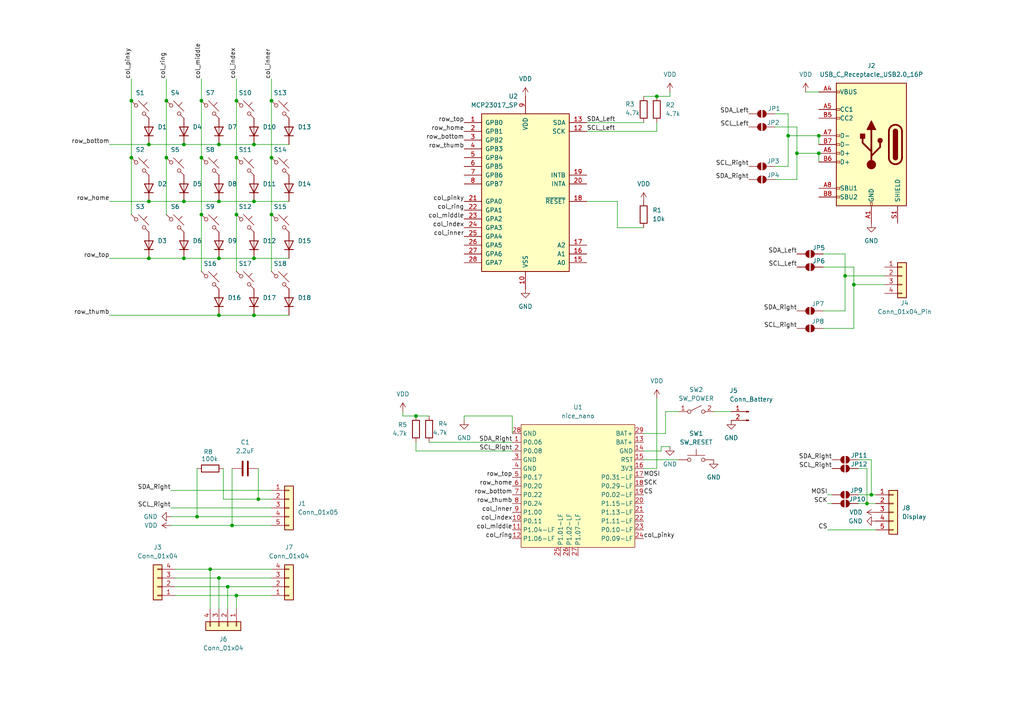
<source format=kicad_sch>
(kicad_sch (version 20250114) (generator "eeschema") (generator_version "9.0")
  (paper "A4")
  (lib_symbols
    (symbol "Connector:Conn_01x02_Pin" (pin_names (offset 1.016) (hide yes))
      (property "Reference" "J" (at 0 2.54 0))
      (property "Value" "Conn_01x02_Pin" (at 0 -5.08 0))
      (symbol "Conn_01x02_Pin_1_1"
        (pin passive line (at 5.08 0 180) (length 3.81) (name "Pin_1") (number "1"))
        (pin passive line (at 5.08 -2.54 180) (length 3.81) (name "Pin_2") (number "2"))
      )
    )
    (symbol "Connector:USB_C_Receptacle_USB2.0_16P" (pin_names (offset 1.016))
      (property "Reference" "J" (at 0 22.225 0))
      (property "Value" "USB_C_Receptacle_USB2.0_16P" (at 0 19.685 0))
      (symbol "USB_C_Receptacle_USB2.0_16P_1_1"
        (pin passive line (at -7.62 -22.86 90) (length 5.08) (name "SHIELD") (number "S1"))
        (pin passive line (at 0 -22.86 90) (length 5.08) (name "GND") (number "A1"))
        (pin passive line (at 0 -22.86 90) (length 5.08) (hide yes) (name "GND") (number "A12"))
        (pin passive line (at 0 -22.86 90) (length 5.08) (hide yes) (name "GND") (number "B1"))
        (pin passive line (at 0 -22.86 90) (length 5.08) (hide yes) (name "GND") (number "B12"))
        (pin passive line (at 15.24 15.24 180) (length 5.08) (name "VBUS") (number "A4"))
        (pin passive line (at 15.24 15.24 180) (length 5.08) (hide yes) (name "VBUS") (number "A9"))
        (pin passive line (at 15.24 15.24 180) (length 5.08) (hide yes) (name "VBUS") (number "B4"))
        (pin passive line (at 15.24 15.24 180) (length 5.08) (hide yes) (name "VBUS") (number "B9"))
        (pin bidirectional line (at 15.24 10.16 180) (length 5.08) (name "CC1") (number "A5"))
        (pin bidirectional line (at 15.24 7.62 180) (length 5.08) (name "CC2") (number "B5"))
        (pin bidirectional line (at 15.24 2.54 180) (length 5.08) (name "D-") (number "A7"))
        (pin bidirectional line (at 15.24 0 180) (length 5.08) (name "D-") (number "B7"))
        (pin bidirectional line (at 15.24 -2.54 180) (length 5.08) (name "D+") (number "A6"))
        (pin bidirectional line (at 15.24 -5.08 180) (length 5.08) (name "D+") (number "B6"))
        (pin bidirectional line (at 15.24 -12.7 180) (length 5.08) (name "SBU1") (number "A8"))
        (pin bidirectional line (at 15.24 -15.24 180) (length 5.08) (name "SBU2") (number "B8"))
      )
    )
    (symbol "Connector_Generic:Conn_01x04" (pin_names (offset 1.016) (hide yes))
      (property "Reference" "J" (at 0 5.08 0))
      (property "Value" "Conn_01x04" (at 0 -7.62 0))
      (symbol "Conn_01x04_1_1"
        (pin passive line (at -5.08 2.54 0) (length 3.81) (name "Pin_1") (number "1"))
        (pin passive line (at -5.08 0 0) (length 3.81) (name "Pin_2") (number "2"))
        (pin passive line (at -5.08 -2.54 0) (length 3.81) (name "Pin_3") (number "3"))
        (pin passive line (at -5.08 -5.08 0) (length 3.81) (name "Pin_4") (number "4"))
      )
    )
    (symbol "Connector_Generic:Conn_01x05" (pin_names (offset 1.016) (hide yes))
      (property "Reference" "J" (at 0 7.62 0))
      (property "Value" "Conn_01x05" (at 0 -7.62 0))
      (symbol "Conn_01x05_1_1"
        (pin passive line (at -5.08 5.08 0) (length 3.81) (name "Pin_1") (number "1"))
        (pin passive line (at -5.08 2.54 0) (length 3.81) (name "Pin_2") (number "2"))
        (pin passive line (at -5.08 0 0) (length 3.81) (name "Pin_3") (number "3"))
        (pin passive line (at -5.08 -2.54 0) (length 3.81) (name "Pin_4") (number "4"))
        (pin passive line (at -5.08 -5.08 0) (length 3.81) (name "Pin_5") (number "5"))
      )
    )
    (symbol "Device:C" (pin_numbers (hide yes)) (pin_names (offset 0.254))
      (property "Reference" "C" (at 0.635 2.54 0))
      (property "Value" "C" (at 0.635 -2.54 0))
      (symbol "C_1_1"
        (pin passive line (at 0 3.81 270) (length 2.794) (name "~") (number "1"))
        (pin passive line (at 0 -3.81 90) (length 2.794) (name "~") (number "2"))
      )
    )
    (symbol "Device:R" (pin_numbers (hide yes)) (pin_names (offset 0))
      (property "Reference" "R" (at 2.032 0 90))
      (property "Value" "R" (at 0 0 90))
      (symbol "R_1_1"
        (pin passive line (at 0 3.81 270) (length 1.27) (name "~") (number "1"))
        (pin passive line (at 0 -3.81 90) (length 1.27) (name "~") (number "2"))
      )
    )
    (symbol "Diode:1N4148" (pin_numbers (hide yes)) (pin_names (hide yes))
      (property "Reference" "D" (at 0 2.54 0))
      (property "Value" "1N4148" (at 0 -2.54 0))
      (symbol "1N4148_1_1"
        (pin passive line (at -3.81 0 0) (length 2.54) (name "K") (number "1"))
        (pin passive line (at 3.81 0 180) (length 2.54) (name "A") (number "2"))
      )
    )
    (symbol "Interface_Expansion:MCP23017_SP" (pin_names (offset 1.016))
      (property "Reference" "U" (at -11.43 24.13 0))
      (property "Value" "MCP23017_SP" (at 0 0 0))
      (symbol "MCP23017_SP_1_1"
        (pin bidirectional line (at -17.78 20.32 0) (length 5.08) (name "SDA") (number "13"))
        (pin input line (at -17.78 17.78 0) (length 5.08) (name "SCK") (number "12"))
        (pin tri_state line (at -17.78 5.08 0) (length 5.08) (name "INTB") (number "19"))
        (pin tri_state line (at -17.78 2.54 0) (length 5.08) (name "INTA") (number "20"))
        (pin input line (at -17.78 -2.54 0) (length 5.08) (name "~{RESET}") (number "18"))
        (pin input line (at -17.78 -15.24 0) (length 5.08) (name "A2") (number "17"))
        (pin input line (at -17.78 -17.78 0) (length 5.08) (name "A1") (number "16"))
        (pin input line (at -17.78 -20.32 0) (length 5.08) (name "A0") (number "15"))
        (pin no_connect line (at -12.7 15.24 0) (length 5.08) (hide yes) (name "NC") (number "11"))
        (pin no_connect line (at -12.7 12.7 0) (length 5.08) (hide yes) (name "NC") (number "14"))
        (pin power_in line (at 0 27.94 270) (length 5.08) (name "VDD") (number "9"))
        (pin power_in line (at 0 -27.94 90) (length 5.08) (name "VSS") (number "10"))
        (pin bidirectional line (at 17.78 20.32 180) (length 5.08) (name "GPB0") (number "1"))
        (pin bidirectional line (at 17.78 17.78 180) (length 5.08) (name "GPB1") (number "2"))
        (pin bidirectional line (at 17.78 15.24 180) (length 5.08) (name "GPB2") (number "3"))
        (pin bidirectional line (at 17.78 12.7 180) (length 5.08) (name "GPB3") (number "4"))
        (pin bidirectional line (at 17.78 10.16 180) (length 5.08) (name "GPB4") (number "5"))
        (pin bidirectional line (at 17.78 7.62 180) (length 5.08) (name "GPB5") (number "6"))
        (pin bidirectional line (at 17.78 5.08 180) (length 5.08) (name "GPB6") (number "7"))
        (pin output line (at 17.78 2.54 180) (length 5.08) (name "GPB7") (number "8"))
        (pin bidirectional line (at 17.78 -2.54 180) (length 5.08) (name "GPA0") (number "21"))
        (pin bidirectional line (at 17.78 -5.08 180) (length 5.08) (name "GPA1") (number "22"))
        (pin bidirectional line (at 17.78 -7.62 180) (length 5.08) (name "GPA2") (number "23"))
        (pin bidirectional line (at 17.78 -10.16 180) (length 5.08) (name "GPA3") (number "24"))
        (pin bidirectional line (at 17.78 -12.7 180) (length 5.08) (name "GPA4") (number "25"))
        (pin bidirectional line (at 17.78 -15.24 180) (length 5.08) (name "GPA5") (number "26"))
        (pin bidirectional line (at 17.78 -17.78 180) (length 5.08) (name "GPA6") (number "27"))
        (pin output line (at 17.78 -20.32 180) (length 5.08) (name "GPA7") (number "28"))
      )
    )
    (symbol "Jumper:SolderJumper_2_Open" (pin_numbers (hide yes)) (pin_names (offset 0) (hide yes)) (in_bom no)
      (property "Reference" "JP" (at 0 2.032 0))
      (property "Value" "SolderJumper_2_Open" (at 0 -2.54 0))
      (symbol "SolderJumper_2_Open_1_1"
        (pin passive line (at -3.81 0 0) (length 2.54) (name "A") (number "1"))
        (pin passive line (at 3.81 0 180) (length 2.54) (name "B") (number "2"))
      )
    )
    (symbol "PCM_marbastlib-choc:choc_v1_SW_HS_CPG135001S30" (pin_numbers (hide yes)) (pin_names (offset 1.016) (hide yes))
      (property "Reference" "CH" (at 3.048 1.016 0))
      (property "Value" "choc_v1_SW_HS" (at 0 -3.81 0))
      (symbol "choc_v1_SW_HS_CPG135001S30_0_1"
        (pin passive line (at -2.54 2.54 0) (length 0) (name "1") (number "1"))
        (pin passive line (at 2.54 -2.54 180) (length 0) (name "2") (number "2"))
      )
    )
    (symbol "PCM_marbastlib-promicroish:nice_nano" (in_bom no)
      (property "Reference" "U" (at 0 22.86 0))
      (property "Value" "nice_nano" (at 0 20.32 0))
      (symbol "nice_nano_0_0"
        (pin bidirectional line (at -19.05 13.97 0) (length 2.54) (name "P0.06") (number "1"))
        (pin bidirectional line (at -19.05 11.43 0) (length 2.54) (name "P0.08") (number "2"))
        (pin power_out line (at -19.05 8.89 0) (length 2.54) (name "GND") (number "3"))
        (pin power_out line (at -19.05 6.35 0) (length 2.54) (name "GND") (number "4"))
        (pin bidirectional line (at -19.05 3.81 0) (length 2.54) (name "P0.17") (number "5"))
        (pin bidirectional line (at -19.05 1.27 0) (length 2.54) (name "P0.20") (number "6"))
        (pin bidirectional line (at -19.05 -1.27 0) (length 2.54) (name "P0.22") (number "7"))
        (pin bidirectional line (at -19.05 -3.81 0) (length 2.54) (name "P0.24") (number "8"))
        (pin bidirectional line (at -19.05 -6.35 0) (length 2.54) (name "P1.00") (number "9"))
        (pin bidirectional line (at -19.05 -8.89 0) (length 2.54) (name "P0.11") (number "10"))
        (pin bidirectional line (at -19.05 -11.43 0) (length 2.54) (name "P1.04-LF") (number "11"))
        (pin bidirectional line (at -19.05 -13.97 0) (length 2.54) (name "P1.06-LF") (number "12"))
        (pin power_out line (at 19.05 11.43 180) (length 2.54) (name "GND") (number "14"))
        (pin bidirectional line (at 19.05 8.89 180) (length 2.54) (name "RST") (number "15"))
        (pin bidirectional line (at 19.05 3.81 180) (length 2.54) (name "P0.31-LF") (number "17"))
        (pin bidirectional line (at 19.05 1.27 180) (length 2.54) (name "P0.29-LF") (number "18"))
        (pin bidirectional line (at 19.05 -1.27 180) (length 2.54) (name "P0.02-LF") (number "19"))
        (pin bidirectional line (at 19.05 -3.81 180) (length 2.54) (name "P1.15-LF") (number "20"))
        (pin bidirectional line (at 19.05 -6.35 180) (length 2.54) (name "P1.13-LF") (number "21"))
        (pin bidirectional line (at 19.05 -8.89 180) (length 2.54) (name "P1.11-LF") (number "22"))
        (pin bidirectional line (at 19.05 -13.97 180) (length 2.54) (name "P0.09-LF") (number "24"))
      )
      (symbol "nice_nano_1_0"
        (pin power_out line (at -19.05 16.51 0) (length 2.54) (name "GND") (number "28"))
        (pin bidirectional line (at -5.08 -19.05 90) (length 2.54) (name "P1.01-LF") (number "25"))
        (pin bidirectional line (at -2.54 -19.05 90) (length 2.54) (name "P1.02-LF") (number "26"))
        (pin bidirectional line (at 0 -19.05 90) (length 2.54) (name "P1.07-LF") (number "27"))
        (pin power_out line (at 19.05 16.51 180) (length 2.54) (name "BAT+") (number "29"))
        (pin power_out line (at 19.05 13.97 180) (length 2.54) (name "BAT+") (number "13"))
        (pin power_out line (at 19.05 6.35 180) (length 2.54) (name "3V3") (number "16"))
        (pin bidirectional line (at 19.05 -11.43 180) (length 2.54) (name "P0.10-LF") (number "23"))
      )
    )
    (symbol "Switch:SW_Push" (pin_numbers (hide yes)) (pin_names (offset 1.016) (hide yes))
      (property "Reference" "SW" (at 1.27 2.54 0))
      (property "Value" "SW_Push" (at 0 -1.524 0))
      (symbol "SW_Push_0_1"
        (pin passive line (at -5.08 0 0) (length 2.54) (name "1") (number "1"))
        (pin passive line (at 5.08 0 180) (length 2.54) (name "2") (number "2"))
      )
    )
    (symbol "Switch:SW_SPST" (pin_names (offset 0) (hide yes))
      (property "Reference" "SW" (at 0 3.175 0))
      (property "Value" "SW_SPST" (at 0 -2.54 0))
      (symbol "SW_SPST_1_1"
        (pin passive line (at -5.08 0 0) (length 2.54) (name "A") (number "1"))
        (pin passive line (at 5.08 0 180) (length 2.54) (name "B") (number "2"))
      )
    )
    (symbol "power:GND" (power) (pin_numbers (hide yes)) (pin_names (offset 0) (hide yes))
      (property "Value" "GND" (at 0 -3.81 0))
      (symbol "GND_1_1"
        (pin power_in line (at 0 0 270) (length 0) (name "~") (number "1"))
      )
    )
    (symbol "power:VDD" (power) (pin_numbers (hide yes)) (pin_names (offset 0) (hide yes))
      (property "Value" "VDD" (at 0 3.556 0))
      (symbol "VDD_1_1"
        (pin power_in line (at 0 0 90) (length 0) (name "~") (number "1"))
      )
    )
  )
  (junction (at 48.26 29.21))
  (junction (at 38.1 29.21))
  (junction (at 63.5 58.42))
  (junction (at 237.49 44.45))
  (junction (at 48.26 45.72))
  (junction (at 190.5 27.94))
  (junction (at 57.15 149.86))
  (junction (at 63.5 41.91))
  (junction (at 67.31 152.4))
  (junction (at 251.46 146.05))
  (junction (at 63.5 91.44))
  (junction (at 73.66 91.44))
  (junction (at 245.11 80.01))
  (junction (at 58.42 29.21))
  (junction (at 73.66 41.91))
  (junction (at 68.58 62.23))
  (junction (at 68.58 172.72))
  (junction (at 78.74 45.72))
  (junction (at 247.65 82.55))
  (junction (at 74.93 144.78))
  (junction (at 43.18 58.42))
  (junction (at 63.5 74.93))
  (junction (at 120.65 120.65))
  (junction (at 43.18 74.93))
  (junction (at 43.18 41.91))
  (junction (at 58.42 45.72))
  (junction (at 73.66 74.93))
  (junction (at 63.5 167.64))
  (junction (at 66.04 170.18))
  (junction (at 237.49 39.37))
  (junction (at 60.96 165.1))
  (junction (at 38.1 45.72))
  (junction (at 73.66 58.42))
  (junction (at 78.74 62.23))
  (junction (at 78.74 29.21))
  (junction (at 68.58 45.72))
  (junction (at 53.34 41.91))
  (junction (at 231.14 44.45))
  (junction (at 58.42 62.23))
  (junction (at 252.73 143.51))
  (junction (at 53.34 74.93))
  (junction (at 68.58 29.21))
  (junction (at 228.6 39.37))
  (junction (at 53.34 58.42))
  (wire (pts (xy 58.42 62.23) (xy 58.42 78.74)))
  (wire (pts (xy 207.01 119.38) (xy 212.09 119.38)))
  (wire (pts (xy 251.46 135.89) (xy 251.46 146.05)))
  (wire (pts (xy 31.75 58.42) (xy 43.18 58.42)))
  (wire (pts (xy 193.04 119.38) (xy 196.85 119.38)))
  (wire (pts (xy 68.58 62.23) (xy 68.58 78.74)))
  (wire (pts (xy 231.14 36.83) (xy 231.14 44.45)))
  (wire (pts (xy 116.84 120.65) (xy 120.65 120.65)))
  (wire (pts (xy 134.62 120.65) (xy 148.59 120.65)))
  (wire (pts (xy 238.76 90.17) (xy 245.11 90.17)))
  (wire (pts (xy 120.65 130.81) (xy 148.59 130.81)))
  (wire (pts (xy 68.58 172.72) (xy 78.74 172.72)))
  (wire (pts (xy 53.34 41.91) (xy 63.5 41.91)))
  (wire (pts (xy 224.79 48.26) (xy 228.6 48.26)))
  (wire (pts (xy 191.77 129.54) (xy 191.77 130.81)))
  (wire (pts (xy 247.65 82.55) (xy 247.65 95.25)))
  (wire (pts (xy 49.53 142.24) (xy 78.74 142.24)))
  (wire (pts (xy 179.07 58.42) (xy 170.18 58.42)))
  (wire (pts (xy 194.31 27.94) (xy 190.5 27.94)))
  (wire (pts (xy 68.58 29.21) (xy 68.58 45.72)))
  (wire (pts (xy 43.18 41.91) (xy 53.34 41.91)))
  (wire (pts (xy 228.6 39.37) (xy 228.6 33.02)))
  (wire (pts (xy 238.76 77.47) (xy 247.65 77.47)))
  (wire (pts (xy 49.53 149.86) (xy 57.15 149.86)))
  (wire (pts (xy 50.8 165.1) (xy 60.96 165.1)))
  (wire (pts (xy 191.77 130.81) (xy 186.69 130.81)))
  (wire (pts (xy 38.1 45.72) (xy 38.1 62.23)))
  (wire (pts (xy 68.58 172.72) (xy 68.58 176.53)))
  (wire (pts (xy 73.66 41.91) (xy 83.82 41.91)))
  (wire (pts (xy 49.53 152.4) (xy 67.31 152.4)))
  (wire (pts (xy 245.11 73.66) (xy 245.11 80.01)))
  (wire (pts (xy 50.8 170.18) (xy 66.04 170.18)))
  (wire (pts (xy 237.49 44.45) (xy 237.49 46.99)))
  (wire (pts (xy 190.5 135.89) (xy 190.5 115.57)))
  (wire (pts (xy 120.65 130.81) (xy 120.65 128.27)))
  (wire (pts (xy 193.04 125.73) (xy 193.04 119.38)))
  (wire (pts (xy 228.6 33.02) (xy 224.79 33.02)))
  (wire (pts (xy 31.75 74.93) (xy 43.18 74.93)))
  (wire (pts (xy 78.74 22.86) (xy 78.74 29.21)))
  (wire (pts (xy 50.8 167.64) (xy 63.5 167.64)))
  (wire (pts (xy 245.11 80.01) (xy 256.54 80.01)))
  (wire (pts (xy 53.34 58.42) (xy 63.5 58.42)))
  (wire (pts (xy 63.5 58.42) (xy 73.66 58.42)))
  (wire (pts (xy 170.18 35.56) (xy 186.69 35.56)))
  (wire (pts (xy 50.8 172.72) (xy 68.58 172.72)))
  (wire (pts (xy 58.42 45.72) (xy 58.42 62.23)))
  (wire (pts (xy 238.76 73.66) (xy 245.11 73.66)))
  (wire (pts (xy 53.34 74.93) (xy 63.5 74.93)))
  (wire (pts (xy 186.69 135.89) (xy 190.5 135.89)))
  (wire (pts (xy 74.93 135.89) (xy 74.93 144.78)))
  (wire (pts (xy 63.5 74.93) (xy 73.66 74.93)))
  (wire (pts (xy 49.53 147.32) (xy 78.74 147.32)))
  (wire (pts (xy 63.5 167.64) (xy 78.74 167.64)))
  (wire (pts (xy 237.49 39.37) (xy 237.49 41.91)))
  (wire (pts (xy 248.92 135.89) (xy 251.46 135.89)))
  (wire (pts (xy 231.14 44.45) (xy 231.14 52.07)))
  (wire (pts (xy 63.5 91.44) (xy 73.66 91.44)))
  (wire (pts (xy 247.65 77.47) (xy 247.65 82.55)))
  (wire (pts (xy 194.31 26.67) (xy 194.31 27.94)))
  (wire (pts (xy 73.66 58.42) (xy 83.82 58.42)))
  (wire (pts (xy 57.15 149.86) (xy 78.74 149.86)))
  (wire (pts (xy 73.66 91.44) (xy 83.82 91.44)))
  (wire (pts (xy 48.26 22.86) (xy 48.26 29.21)))
  (wire (pts (xy 66.04 170.18) (xy 78.74 170.18)))
  (wire (pts (xy 228.6 39.37) (xy 237.49 39.37)))
  (wire (pts (xy 64.77 144.78) (xy 74.93 144.78)))
  (wire (pts (xy 58.42 22.86) (xy 58.42 29.21)))
  (wire (pts (xy 78.74 29.21) (xy 78.74 45.72)))
  (wire (pts (xy 74.93 144.78) (xy 78.74 144.78)))
  (wire (pts (xy 116.84 119.38) (xy 116.84 120.65)))
  (wire (pts (xy 58.42 29.21) (xy 58.42 45.72)))
  (wire (pts (xy 186.69 125.73) (xy 193.04 125.73)))
  (wire (pts (xy 120.65 120.65) (xy 124.46 120.65)))
  (wire (pts (xy 241.3 143.51) (xy 240.03 143.51)))
  (wire (pts (xy 245.11 90.17) (xy 245.11 80.01)))
  (wire (pts (xy 148.59 120.65) (xy 148.59 125.73)))
  (wire (pts (xy 186.69 133.35) (xy 196.85 133.35)))
  (wire (pts (xy 57.15 135.89) (xy 57.15 149.86)))
  (wire (pts (xy 251.46 146.05) (xy 254 146.05)))
  (wire (pts (xy 240.03 153.67) (xy 254 153.67)))
  (wire (pts (xy 248.92 143.51) (xy 252.73 143.51)))
  (wire (pts (xy 68.58 45.72) (xy 68.58 62.23)))
  (wire (pts (xy 248.92 133.35) (xy 252.73 133.35)))
  (wire (pts (xy 179.07 66.04) (xy 186.69 66.04)))
  (wire (pts (xy 63.5 41.91) (xy 73.66 41.91)))
  (wire (pts (xy 73.66 74.93) (xy 83.82 74.93)))
  (wire (pts (xy 68.58 22.86) (xy 68.58 29.21)))
  (wire (pts (xy 170.18 38.1) (xy 190.5 38.1)))
  (wire (pts (xy 78.74 45.72) (xy 78.74 62.23)))
  (wire (pts (xy 238.76 95.25) (xy 247.65 95.25)))
  (wire (pts (xy 64.77 135.89) (xy 64.77 144.78)))
  (wire (pts (xy 224.79 36.83) (xy 231.14 36.83)))
  (wire (pts (xy 67.31 135.89) (xy 67.31 152.4)))
  (wire (pts (xy 241.3 146.05) (xy 240.03 146.05)))
  (wire (pts (xy 43.18 74.93) (xy 53.34 74.93)))
  (wire (pts (xy 252.73 143.51) (xy 254 143.51)))
  (wire (pts (xy 124.46 128.27) (xy 148.59 128.27)))
  (wire (pts (xy 31.75 91.44) (xy 63.5 91.44)))
  (wire (pts (xy 134.62 120.65) (xy 134.62 121.92)))
  (wire (pts (xy 66.04 170.18) (xy 66.04 176.53)))
  (wire (pts (xy 67.31 152.4) (xy 78.74 152.4)))
  (wire (pts (xy 190.5 27.94) (xy 186.69 27.94)))
  (wire (pts (xy 31.75 41.91) (xy 43.18 41.91)))
  (wire (pts (xy 60.96 165.1) (xy 60.96 176.53)))
  (wire (pts (xy 190.5 38.1) (xy 190.5 35.56)))
  (wire (pts (xy 224.79 52.07) (xy 231.14 52.07)))
  (wire (pts (xy 247.65 82.55) (xy 256.54 82.55)))
  (wire (pts (xy 60.96 165.1) (xy 78.74 165.1)))
  (wire (pts (xy 38.1 29.21) (xy 38.1 45.72)))
  (wire (pts (xy 228.6 48.26) (xy 228.6 39.37)))
  (wire (pts (xy 252.73 133.35) (xy 252.73 143.51)))
  (wire (pts (xy 78.74 62.23) (xy 78.74 78.74)))
  (wire (pts (xy 43.18 58.42) (xy 53.34 58.42)))
  (wire (pts (xy 48.26 45.72) (xy 48.26 62.23)))
  (wire (pts (xy 38.1 22.86) (xy 38.1 29.21)))
  (wire (pts (xy 248.92 146.05) (xy 251.46 146.05)))
  (wire (pts (xy 231.14 44.45) (xy 237.49 44.45)))
  (wire (pts (xy 179.07 66.04) (xy 179.07 58.42)))
  (wire (pts (xy 233.68 26.67) (xy 237.49 26.67)))
  (wire (pts (xy 48.26 29.21) (xy 48.26 45.72)))
  (wire (pts (xy 191.77 129.54) (xy 194.31 129.54)))
  (wire (pts (xy 63.5 167.64) (xy 63.5 176.53)))
  (label "row_top" (at 134.62 35.56 180))
  (label "SDA_Right" (at 148.59 128.27 180))
  (label "row_bottom" (at 134.62 40.64 180))
  (label "row_bottom" (at 31.75 41.91 180))
  (label "row_top" (at 148.59 138.43 180))
  (label "row_home" (at 31.75 58.42 180))
  (label "SCL_Right" (at 148.59 130.81 180))
  (label "row_home" (at 148.59 140.97 180))
  (label "row_thumb" (at 31.75 91.44 180))
  (label "col_pinky" (at 134.62 58.42 180))
  (label "SDA_Right" (at 241.3 133.35 180))
  (label "SDA_Right" (at 231.14 90.17 180))
  (label "SCL_Right" (at 49.53 147.32 180))
  (label "SCL_Right" (at 217.17 48.26 180))
  (label "row_thumb" (at 148.59 146.05 180))
  (label "SCL_Right" (at 241.3 135.89 180))
  (label "SDA_Left" (at 231.14 73.66 180))
  (label "row_home" (at 134.62 38.1 180))
  (label "row_thumb" (at 134.62 43.18 180))
  (label "MOSI" (at 240.03 143.51 180))
  (label "SCK" (at 186.69 140.97 0))
  (label "col_ring" (at 148.59 156.21 180))
  (label "col_middle" (at 148.59 153.67 180))
  (label "CS" (at 240.03 153.67 180))
  (label "SDA_Right" (at 217.17 52.07 180))
  (label "col_inner" (at 148.59 148.59 180))
  (label "CS" (at 186.69 143.51 0))
  (label "MOSI" (at 186.69 138.43 0))
  (label "col_index" (at 68.58 22.86 90))
  (label "col_middle" (at 134.62 63.5 180))
  (label "SCL_Left" (at 217.17 36.83 180))
  (label "col_inner" (at 78.74 22.86 90))
  (label "col_index" (at 134.62 66.04 180))
  (label "SDA_Right" (at 49.53 142.24 180))
  (label "SCL_Left" (at 170.18 38.1 0))
  (label "col_index" (at 148.59 151.13 180))
  (label "col_middle" (at 58.42 22.86 90))
  (label "row_bottom" (at 148.59 143.51 180))
  (label "row_top" (at 31.75 74.93 180))
  (label "col_pinky" (at 186.69 156.21 0))
  (label "col_pinky" (at 38.1 22.86 90))
  (label "SCL_Left" (at 231.14 77.47 180))
  (label "col_inner" (at 134.62 68.58 180))
  (label "SCL_Right" (at 231.14 95.25 180))
  (label "SDA_Left" (at 217.17 33.02 180))
  (label "col_ring" (at 134.62 60.96 180))
  (label "col_ring" (at 48.26 22.86 90))
  (label "SDA_Left" (at 170.18 35.56 0))
  (label "SCK" (at 240.03 146.05 180))
  (symbol (lib_id "Diode:1N4148") (at 53.34 54.61 90) (unit 1)
    (property "Reference" "D5" (at 55.88 53.3399 90) (effects (justify right)))
    (property "Value" "1N4148" (effects (hide yes)))
    (property "Footprint" "Library:D_SOD-323_HandSoldering_Reversable" (effects (hide yes)))
    (property "Datasheet" "https://assets.nexperia.com/documents/data-sheet/1N4148_1N4448.pdf" (effects (hide yes)))
    (property "Description" "100V 0.15A standard switching diode, DO-35" (effects (hide yes)))
    (property "Sim.Device" "D" (effects (hide yes)))
    (property "Sim.Pins" "1=K 2=A" (effects (hide yes)))
  )
  (symbol (lib_id "Diode:1N4148") (at 73.66 71.12 90) (unit 1)
    (property "Reference" "D12" (at 76.2 69.8499 90) (effects (justify right)))
    (property "Value" "1N4148" (effects (hide yes)))
    (property "Footprint" "Library:D_SOD-323_HandSoldering_Reversable" (effects (hide yes)))
    (property "Datasheet" "https://assets.nexperia.com/documents/data-sheet/1N4148_1N4448.pdf" (effects (hide yes)))
    (property "Description" "100V 0.15A standard switching diode, DO-35" (effects (hide yes)))
    (property "Sim.Device" "D" (effects (hide yes)))
    (property "Sim.Pins" "1=K 2=A" (effects (hide yes)))
  )
  (symbol (lib_id "PCM_marbastlib-choc:choc_v1_SW_HS_CPG135001S30") (at 60.96 81.28 0) (unit 1)
    (property "Reference" "S16" (at 60.96 76.454 0))
    (property "Value" "choc_v1_SW_HS" (effects (hide yes)))
    (property "Footprint" "Library:SW_PG1350_reversible" (effects (hide yes)))
    (property "Description" "Push button switch, normally open, two pins, 45° tilted" (effects (hide yes)))
  )
  (symbol (lib_id "PCM_marbastlib-choc:choc_v1_SW_HS_CPG135001S30") (at 40.64 64.77 0) (unit 1)
    (property "Reference" "S3" (at 40.64 59.944 0))
    (property "Value" "choc_v1_SW_HS" (effects (hide yes)))
    (property "Footprint" "Library:Kailh_socket_PG1350_optional_reversible.kicad_mod" (effects (hide yes)))
    (property "Description" "Push button switch, normally open, two pins, 45° tilted" (effects (hide yes)))
  )
  (symbol (lib_id "Interface_Expansion:MCP23017_SP") (at 152.4 55.88 0) (mirror y) (unit 1)
    (property "Reference" "U2" (at 150.2567 27.94 0) (effects (justify left)))
    (property "Value" "MCP23017_SP" (at 150.2567 30.48 0) (effects (justify left)))
    (property "Footprint" "Package_SO:SOIC-28W_7.5x17.9mm_P1.27mm" (effects (hide yes)))
    (property "Datasheet" "https://ww1.microchip.com/downloads/aemDocuments/documents/APID/ProductDocuments/DataSheets/MCP23017-Data-Sheet-DS20001952.pdf" (effects (hide yes)))
    (property "Description" "16-bit I/O expander, I2C, interrupts, w pull-ups, SPDIP-28" (effects (hide yes)))
    (property "Footprint-DIP" "Package_DIP:DIP-28_W7.62mm" (effects (hide yes)))
  )
  (symbol (lib_id "Device:R") (at 124.46 124.46 0) (mirror y) (unit 1)
    (property "Reference" "R4" (at 129.794 122.936 0) (effects (justify left)))
    (property "Value" "4.7k" (at 129.794 125.476 0) (effects (justify left)))
    (property "Footprint" "Resistor_SMD:R_0805_2012Metric" (effects (hide yes)))
    (property "Description" "Resistor" (effects (hide yes)))
  )
  (symbol (lib_id "Jumper:SolderJumper_2_Open") (at 220.98 52.07 0) (unit 1) (in_bom no)
    (property "Reference" "JP4" (at 224.282 50.8 0))
    (property "Value" "SolderJumper_2_Open" (effects (hide yes)))
    (property "Footprint" "Jumper:SolderJumper-2_P1.3mm_Open_TrianglePad1.0x1.5mm" (effects (hide yes)))
    (property "Description" "Solder Jumper, 2-pole, open" (effects (hide yes)))
  )
  (symbol (lib_id "Diode:1N4148") (at 63.5 87.63 90) (unit 1)
    (property "Reference" "D16" (at 66.04 86.3599 90) (effects (justify right)))
    (property "Value" "1N4148" (effects (hide yes)))
    (property "Footprint" "Library:D_SOD-323_HandSoldering_Reversable" (effects (hide yes)))
    (property "Datasheet" "https://assets.nexperia.com/documents/data-sheet/1N4148_1N4448.pdf" (effects (hide yes)))
    (property "Description" "100V 0.15A standard switching diode, DO-35" (effects (hide yes)))
    (property "Sim.Device" "D" (effects (hide yes)))
    (property "Sim.Pins" "1=K 2=A" (effects (hide yes)))
  )
  (symbol (lib_id "Switch:SW_Push") (at 201.93 133.35 0) (unit 1)
    (property "Reference" "SW1" (at 201.93 125.73 0))
    (property "Value" "SW_RESET" (at 201.93 128.27 0))
    (property "Footprint" "Button_Switch_SMD:SW_Push_SPST_NO_Alps_SKRK" (effects (hide yes)))
    (property "Description" "Push button switch, generic, two pins" (effects (hide yes)))
  )
  (symbol (lib_id "Jumper:SolderJumper_2_Open") (at 245.11 135.89 0) (unit 1) (in_bom no)
    (property "Reference" "JP12" (at 249.174 134.62 0))
    (property "Value" "SolderJumper_2_Open" (effects (hide yes)))
    (property "Footprint" "Jumper:SolderJumper-2_P1.3mm_Open_TrianglePad1.0x1.5mm" (effects (hide yes)))
    (property "Description" "Solder Jumper, 2-pole, open" (effects (hide yes)))
  )
  (symbol (lib_id "power:GND") (at 194.31 129.54 0) (unit 1)
    (property "Reference" "#PWR05" (effects (hide yes)))
    (property "Value" "GND" (at 194.31 134.62 0))
    (property "Description" "Power symbol creates a global label with name \"GND\" , ground" (effects (hide yes)))
  )
  (symbol (lib_id "Diode:1N4148") (at 83.82 71.12 90) (unit 1)
    (property "Reference" "D15" (at 86.36 69.8499 90) (effects (justify right)))
    (property "Value" "1N4148" (effects (hide yes)))
    (property "Footprint" "Library:D_SOD-323_HandSoldering_Reversable" (effects (hide yes)))
    (property "Datasheet" "https://assets.nexperia.com/documents/data-sheet/1N4148_1N4448.pdf" (effects (hide yes)))
    (property "Description" "100V 0.15A standard switching diode, DO-35" (effects (hide yes)))
    (property "Sim.Device" "D" (effects (hide yes)))
    (property "Sim.Pins" "1=K 2=A" (effects (hide yes)))
  )
  (symbol (lib_id "PCM_marbastlib-promicroish:nice_nano") (at 167.64 142.24 0) (unit 1) (in_bom no)
    (property "Reference" "U1" (at 167.64 118.11 0))
    (property "Value" "nice_nano" (at 167.64 120.65 0))
    (property "Footprint" "PCM_marbastlib-xp-promicroish:nice_nano_AH_USBup" (effects (hide yes)))
    (property "Datasheet" "https://nicekeyboards.com/docs/nice-nano/pinout-schematic" (effects (hide yes)))
    (property "Description" "Symbol for an nicekeyboards nice!nano" (effects (hide yes)))
  )
  (symbol (lib_id "Diode:1N4148") (at 73.66 54.61 90) (unit 1)
    (property "Reference" "D11" (at 76.2 53.3399 90) (effects (justify right)))
    (property "Value" "1N4148" (effects (hide yes)))
    (property "Footprint" "Library:D_SOD-323_HandSoldering_Reversable" (effects (hide yes)))
    (property "Datasheet" "https://assets.nexperia.com/documents/data-sheet/1N4148_1N4448.pdf" (effects (hide yes)))
    (property "Description" "100V 0.15A standard switching diode, DO-35" (effects (hide yes)))
    (property "Sim.Device" "D" (effects (hide yes)))
    (property "Sim.Pins" "1=K 2=A" (effects (hide yes)))
  )
  (symbol (lib_id "Diode:1N4148") (at 73.66 87.63 90) (unit 1)
    (property "Reference" "D17" (at 76.2 86.3599 90) (effects (justify right)))
    (property "Value" "1N4148" (effects (hide yes)))
    (property "Footprint" "Library:D_SOD-323_HandSoldering_Reversable" (effects (hide yes)))
    (property "Datasheet" "https://assets.nexperia.com/documents/data-sheet/1N4148_1N4448.pdf" (effects (hide yes)))
    (property "Description" "100V 0.15A standard switching diode, DO-35" (effects (hide yes)))
    (property "Sim.Device" "D" (effects (hide yes)))
    (property "Sim.Pins" "1=K 2=A" (effects (hide yes)))
  )
  (symbol (lib_id "Connector:Conn_01x02_Pin") (at 217.17 119.38 0) (mirror y) (unit 1)
    (property "Reference" "J5" (at 211.582 113.284 0) (effects (justify right)))
    (property "Value" "Conn_Battery" (at 211.582 115.824 0) (effects (justify right)))
    (property "Footprint" "Connector_JST:JST_EH_S2B-EH_1x02_P2.50mm_Horizontal" (effects (hide yes)))
    (property "Description" "Generic connector, single row, 01x02, script generated" (effects (hide yes)))
  )
  (symbol (lib_id "Diode:1N4148") (at 53.34 38.1 90) (unit 1)
    (property "Reference" "D4" (at 55.88 36.8299 90) (effects (justify right)))
    (property "Value" "1N4148" (effects (hide yes)))
    (property "Footprint" "Library:D_SOD-323_HandSoldering_Reversable" (effects (hide yes)))
    (property "Datasheet" "https://assets.nexperia.com/documents/data-sheet/1N4148_1N4448.pdf" (effects (hide yes)))
    (property "Description" "100V 0.15A standard switching diode, DO-35" (effects (hide yes)))
    (property "Sim.Device" "D" (effects (hide yes)))
    (property "Sim.Pins" "1=K 2=A" (effects (hide yes)))
  )
  (symbol (lib_id "Jumper:SolderJumper_2_Open") (at 220.98 33.02 0) (unit 1) (in_bom no)
    (property "Reference" "JP1" (at 224.536 31.496 0))
    (property "Value" "SolderJumper_2_Open" (effects (hide yes)))
    (property "Footprint" "Jumper:SolderJumper-2_P1.3mm_Open_TrianglePad1.0x1.5mm" (effects (hide yes)))
    (property "Description" "Solder Jumper, 2-pole, open" (effects (hide yes)))
  )
  (symbol (lib_id "Diode:1N4148") (at 63.5 71.12 90) (unit 1)
    (property "Reference" "D9" (at 66.04 69.8499 90) (effects (justify right)))
    (property "Value" "1N4148" (effects (hide yes)))
    (property "Footprint" "Library:D_SOD-323_HandSoldering_Reversable" (effects (hide yes)))
    (property "Datasheet" "https://assets.nexperia.com/documents/data-sheet/1N4148_1N4448.pdf" (effects (hide yes)))
    (property "Description" "100V 0.15A standard switching diode, DO-35" (effects (hide yes)))
    (property "Sim.Device" "D" (effects (hide yes)))
    (property "Sim.Pins" "1=K 2=A" (effects (hide yes)))
  )
  (symbol (lib_id "power:GND") (at 49.53 149.86 270) (unit 1)
    (property "Reference" "#PWR010" (effects (hide yes)))
    (property "Value" "GND" (at 45.72 149.8599 90) (effects (justify right)))
    (property "Description" "Power symbol creates a global label with name \"GND\" , ground" (effects (hide yes)))
  )
  (symbol (lib_id "Jumper:SolderJumper_2_Open") (at 234.95 73.66 0) (unit 1) (in_bom no)
    (property "Reference" "JP5" (at 237.49 71.882 0))
    (property "Value" "SolderJumper_2_Open" (effects (hide yes)))
    (property "Footprint" "Jumper:SolderJumper-2_P1.3mm_Open_TrianglePad1.0x1.5mm" (effects (hide yes)))
    (property "Description" "Solder Jumper, 2-pole, open" (effects (hide yes)))
  )
  (symbol (lib_id "power:GND") (at 134.62 121.92 0) (unit 1)
    (property "Reference" "#PWR02" (effects (hide yes)))
    (property "Value" "GND" (at 134.62 127 0))
    (property "Description" "Power symbol creates a global label with name \"GND\" , ground" (effects (hide yes)))
  )
  (symbol (lib_id "Device:R") (at 186.69 62.23 0) (unit 1)
    (property "Reference" "R1" (at 189.23 60.9599 0) (effects (justify left)))
    (property "Value" "10k" (at 189.23 63.4999 0) (effects (justify left)))
    (property "Footprint" "Resistor_SMD:R_0805_2012Metric" (effects (hide yes)))
    (property "Description" "Resistor" (effects (hide yes)))
  )
  (symbol (lib_id "PCM_marbastlib-choc:choc_v1_SW_HS_CPG135001S30") (at 40.64 48.26 0) (unit 1)
    (property "Reference" "S2" (at 40.64 43.434 0))
    (property "Value" "choc_v1_SW_HS" (effects (hide yes)))
    (property "Footprint" "Library:Kailh_socket_PG1350_optional_reversible.kicad_mod" (effects (hide yes)))
    (property "Description" "Push button switch, normally open, two pins, 45° tilted" (effects (hide yes)))
  )
  (symbol (lib_id "Diode:1N4148") (at 73.66 38.1 90) (unit 1)
    (property "Reference" "D10" (at 76.2 36.8299 90) (effects (justify right)))
    (property "Value" "1N4148" (effects (hide yes)))
    (property "Footprint" "Library:D_SOD-323_HandSoldering_Reversable" (effects (hide yes)))
    (property "Datasheet" "https://assets.nexperia.com/documents/data-sheet/1N4148_1N4448.pdf" (effects (hide yes)))
    (property "Description" "100V 0.15A standard switching diode, DO-35" (effects (hide yes)))
    (property "Sim.Device" "D" (effects (hide yes)))
    (property "Sim.Pins" "1=K 2=A" (effects (hide yes)))
  )
  (symbol (lib_id "Jumper:SolderJumper_2_Open") (at 220.98 36.83 0) (unit 1) (in_bom no)
    (property "Reference" "JP2" (at 224.282 35.56 0))
    (property "Value" "SolderJumper_2_Open" (effects (hide yes)))
    (property "Footprint" "Jumper:SolderJumper-2_P1.3mm_Open_TrianglePad1.0x1.5mm" (effects (hide yes)))
    (property "Description" "Solder Jumper, 2-pole, open" (effects (hide yes)))
  )
  (symbol (lib_id "PCM_marbastlib-choc:choc_v1_SW_HS_CPG135001S30") (at 60.96 64.77 0) (unit 1)
    (property "Reference" "S9" (at 60.96 59.944 0))
    (property "Value" "choc_v1_SW_HS" (effects (hide yes)))
    (property "Footprint" "Library:Kailh_socket_PG1350_optional_reversible.kicad_mod" (effects (hide yes)))
    (property "Description" "Push button switch, normally open, two pins, 45° tilted" (effects (hide yes)))
  )
  (symbol (lib_id "power:VDD") (at 116.84 119.38 0) (mirror y) (unit 1)
    (property "Reference" "#PWR08" (effects (hide yes)))
    (property "Value" "VDD" (at 116.84 114.3 0))
    (property "Description" "Power symbol creates a global label with name \"VDD\"" (effects (hide yes)))
  )
  (symbol (lib_id "Diode:1N4148") (at 83.82 87.63 90) (unit 1)
    (property "Reference" "D18" (at 86.36 86.3599 90) (effects (justify right)))
    (property "Value" "1N4148" (effects (hide yes)))
    (property "Footprint" "Library:D_SOD-323_HandSoldering_Reversable" (effects (hide yes)))
    (property "Datasheet" "https://assets.nexperia.com/documents/data-sheet/1N4148_1N4448.pdf" (effects (hide yes)))
    (property "Description" "100V 0.15A standard switching diode, DO-35" (effects (hide yes)))
    (property "Sim.Device" "D" (effects (hide yes)))
    (property "Sim.Pins" "1=K 2=A" (effects (hide yes)))
  )
  (symbol (lib_id "PCM_marbastlib-choc:choc_v1_SW_HS_CPG135001S30") (at 81.28 81.28 0) (unit 1)
    (property "Reference" "S18" (at 81.28 76.454 0))
    (property "Value" "choc_v1_SW_HS" (effects (hide yes)))
    (property "Footprint" "Library:Kailh_socket_PG1350_optional_reversible.kicad_mod" (effects (hide yes)))
    (property "Description" "Push button switch, normally open, two pins, 45° tilted" (effects (hide yes)))
  )
  (symbol (lib_id "Connector:USB_C_Receptacle_USB2.0_16P") (at 252.73 41.91 0) (mirror y) (unit 1)
    (property "Reference" "J2" (at 252.73 19.05 0))
    (property "Value" "USB_C_Receptacle_USB2.0_16P" (at 252.73 21.59 0))
    (property "Footprint" "Connector_USB:USB_C_Receptacle_GCT_USB4085" (effects (hide yes)))
    (property "Datasheet" "https://www.usb.org/sites/default/files/documents/usb_type-c.zip" (effects (hide yes)))
    (property "Description" "USB 2.0-only 16P Type-C Receptacle connector" (effects (hide yes)))
  )
  (symbol (lib_id "PCM_marbastlib-choc:choc_v1_SW_HS_CPG135001S30") (at 50.8 31.75 0) (unit 1)
    (property "Reference" "S4" (at 50.8 26.924 0))
    (property "Value" "choc_v1_SW_HS" (effects (hide yes)))
    (property "Footprint" "Library:Kailh_socket_PG1350_optional_reversible.kicad_mod" (effects (hide yes)))
    (property "Description" "Push button switch, normally open, two pins, 45° tilted" (effects (hide yes)))
  )
  (symbol (lib_id "Jumper:SolderJumper_2_Open") (at 234.95 90.17 0) (unit 1) (in_bom no)
    (property "Reference" "JP7" (at 237.236 88.138 0))
    (property "Value" "SolderJumper_2_Open" (effects (hide yes)))
    (property "Footprint" "Jumper:SolderJumper-2_P1.3mm_Open_TrianglePad1.0x1.5mm" (effects (hide yes)))
    (property "Description" "Solder Jumper, 2-pole, open" (effects (hide yes)))
  )
  (symbol (lib_id "power:VDD") (at 49.53 152.4 90) (mirror x) (unit 1)
    (property "Reference" "#PWR09" (effects (hide yes)))
    (property "Value" "VDD" (at 45.72 152.3999 90) (effects (justify left)))
    (property "Description" "Power symbol creates a global label with name \"VDD\"" (effects (hide yes)))
  )
  (symbol (lib_id "power:GND") (at 152.4 83.82 0) (unit 1)
    (property "Reference" "#PWR011" (effects (hide yes)))
    (property "Value" "GND" (at 152.4 88.9 0))
    (property "Description" "Power symbol creates a global label with name \"GND\" , ground" (effects (hide yes)))
  )
  (symbol (lib_id "Connector_Generic:Conn_01x04") (at 45.72 170.18 180) (unit 1)
    (property "Reference" "J3" (at 45.72 158.75 0))
    (property "Value" "Conn_01x04" (at 45.72 161.29 0))
    (property "Footprint" "Library:TPSensorModule_Connector" (effects (hide yes)))
    (property "Description" "Generic connector, single row, 01x04, script generated (kicad-library-utils/schlib/autogen/connector/)" (effects (hide yes)))
  )
  (symbol (lib_id "PCM_marbastlib-choc:choc_v1_SW_HS_CPG135001S30") (at 71.12 48.26 0) (unit 1)
    (property "Reference" "S11" (at 71.12 43.434 0))
    (property "Value" "choc_v1_SW_HS" (effects (hide yes)))
    (property "Footprint" "Library:Kailh_socket_PG1350_optional_reversible.kicad_mod" (effects (hide yes)))
    (property "Description" "Push button switch, normally open, two pins, 45° tilted" (effects (hide yes)))
  )
  (symbol (lib_id "power:VDD") (at 190.5 115.57 0) (unit 1)
    (property "Reference" "#PWR04" (effects (hide yes)))
    (property "Value" "VDD" (at 190.5 110.49 0))
    (property "Description" "Power symbol creates a global label with name \"VDD\"" (effects (hide yes)))
  )
  (symbol (lib_id "power:VDD") (at 254 148.59 90) (unit 1)
    (property "Reference" "#PWR015" (effects (hide yes)))
    (property "Value" "VDD" (at 250.19 148.5899 90) (effects (justify left)))
    (property "Description" "Power symbol creates a global label with name \"VDD\"" (effects (hide yes)))
  )
  (symbol (lib_id "PCM_marbastlib-choc:choc_v1_SW_HS_CPG135001S30") (at 71.12 31.75 0) (unit 1)
    (property "Reference" "S10" (at 71.12 26.924 0))
    (property "Value" "choc_v1_SW_HS" (effects (hide yes)))
    (property "Footprint" "Library:Kailh_socket_PG1350_optional_reversible.kicad_mod" (effects (hide yes)))
    (property "Description" "Push button switch, normally open, two pins, 45° tilted" (effects (hide yes)))
  )
  (symbol (lib_id "PCM_marbastlib-choc:choc_v1_SW_HS_CPG135001S30") (at 50.8 64.77 0) (unit 1)
    (property "Reference" "S6" (at 50.8 59.944 0))
    (property "Value" "choc_v1_SW_HS" (effects (hide yes)))
    (property "Footprint" "Library:Kailh_socket_PG1350_optional_reversible.kicad_mod" (effects (hide yes)))
    (property "Description" "Push button switch, normally open, two pins, 45° tilted" (effects (hide yes)))
  )
  (symbol (lib_id "Device:R") (at 60.96 135.89 90) (mirror x) (unit 1)
    (property "Reference" "R8" (at 61.722 131.064 90) (effects (justify left)))
    (property "Value" "100k" (at 63.246 133.096 90) (effects (justify left)))
    (property "Footprint" "Resistor_SMD:R_0805_2012Metric" (effects (hide yes)))
    (property "Description" "Resistor" (effects (hide yes)))
  )
  (symbol (lib_id "PCM_marbastlib-choc:choc_v1_SW_HS_CPG135001S30") (at 60.96 31.75 0) (unit 1)
    (property "Reference" "S7" (at 60.96 26.924 0))
    (property "Value" "choc_v1_SW_HS" (effects (hide yes)))
    (property "Footprint" "Library:Kailh_socket_PG1350_optional_reversible.kicad_mod" (effects (hide yes)))
    (property "Description" "Push button switch, normally open, two pins, 45° tilted" (effects (hide yes)))
  )
  (symbol (lib_id "Diode:1N4148") (at 43.18 54.61 90) (unit 1)
    (property "Reference" "D2" (at 45.72 53.3399 90) (effects (justify right)))
    (property "Value" "1N4148" (effects (hide yes)))
    (property "Footprint" "Library:D_SOD-323_HandSoldering_Reversable" (effects (hide yes)))
    (property "Datasheet" "https://assets.nexperia.com/documents/data-sheet/1N4148_1N4448.pdf" (effects (hide yes)))
    (property "Description" "100V 0.15A standard switching diode, DO-35" (effects (hide yes)))
    (property "Sim.Device" "D" (effects (hide yes)))
    (property "Sim.Pins" "1=K 2=A" (effects (hide yes)))
  )
  (symbol (lib_id "Jumper:SolderJumper_2_Open") (at 220.98 48.26 0) (unit 1) (in_bom no)
    (property "Reference" "JP3" (at 224.282 46.736 0))
    (property "Value" "SolderJumper_2_Open" (effects (hide yes)))
    (property "Footprint" "Jumper:SolderJumper-2_P1.3mm_Open_TrianglePad1.0x1.5mm" (effects (hide yes)))
    (property "Description" "Solder Jumper, 2-pole, open" (effects (hide yes)))
  )
  (symbol (lib_id "Connector_Generic:Conn_01x04") (at 83.82 170.18 0) (mirror x) (unit 1)
    (property "Reference" "J7" (at 83.82 158.75 0))
    (property "Value" "Conn_01x04" (at 83.82 161.29 0))
    (property "Footprint" "Library:TPSensorModule_Connector" (effects (hide yes)))
    (property "Description" "Generic connector, single row, 01x04, script generated (kicad-library-utils/schlib/autogen/connector/)" (effects (hide yes)))
  )
  (symbol (lib_id "Jumper:SolderJumper_2_Open") (at 245.11 143.51 0) (unit 1) (in_bom no)
    (property "Reference" "JP9" (at 248.412 142.24 0))
    (property "Value" "SolderJumper_2_Open" (effects (hide yes)))
    (property "Footprint" "Jumper:SolderJumper-2_P1.3mm_Open_TrianglePad1.0x1.5mm" (effects (hide yes)))
    (property "Description" "Solder Jumper, 2-pole, open" (effects (hide yes)))
  )
  (symbol (lib_id "power:GND") (at 207.01 133.35 0) (unit 1)
    (property "Reference" "#PWR01" (effects (hide yes)))
    (property "Value" "GND" (at 207.01 138.43 0))
    (property "Description" "Power symbol creates a global label with name \"GND\" , ground" (effects (hide yes)))
  )
  (symbol (lib_id "Jumper:SolderJumper_2_Open") (at 234.95 95.25 0) (unit 1) (in_bom no)
    (property "Reference" "JP8" (at 237.236 93.218 0))
    (property "Value" "SolderJumper_2_Open" (effects (hide yes)))
    (property "Footprint" "Jumper:SolderJumper-2_P1.3mm_Open_TrianglePad1.0x1.5mm" (effects (hide yes)))
    (property "Description" "Solder Jumper, 2-pole, open" (effects (hide yes)))
  )
  (symbol (lib_id "Connector_Generic:Conn_01x04") (at 261.62 80.01 0) (unit 1)
    (property "Reference" "J4" (at 262.382 87.884 0))
    (property "Value" "Conn_01x04_Pin" (at 262.382 90.424 0))
    (property "Footprint" "Library:PinMagnetic_1x04_P2.54mm" (effects (hide yes)))
    (property "Description" "Generic connector, single row, 01x04, script generated (kicad-library-utils/schlib/autogen/connector/)" (effects (hide yes)))
  )
  (symbol (lib_id "power:GND") (at 252.73 64.77 0) (unit 1)
    (property "Reference" "#PWR014" (effects (hide yes)))
    (property "Value" "GND" (at 252.73 69.85 0))
    (property "Description" "Power symbol creates a global label with name \"GND\" , ground" (effects (hide yes)))
  )
  (symbol (lib_id "PCM_marbastlib-choc:choc_v1_SW_HS_CPG135001S30") (at 71.12 81.28 0) (unit 1)
    (property "Reference" "S17" (at 71.12 76.454 0))
    (property "Value" "choc_v1_SW_HS" (effects (hide yes)))
    (property "Footprint" "Library:Kailh_socket_PG1350_optional_reversible.kicad_mod" (effects (hide yes)))
    (property "Description" "Push button switch, normally open, two pins, 45° tilted" (effects (hide yes)))
  )
  (symbol (lib_id "power:VDD") (at 152.4 27.94 0) (unit 1)
    (property "Reference" "#PWR012" (effects (hide yes)))
    (property "Value" "VDD" (at 152.4 22.86 0))
    (property "Description" "Power symbol creates a global label with name \"VDD\"" (effects (hide yes)))
  )
  (symbol (lib_id "Connector_Generic:Conn_01x05") (at 259.08 148.59 0) (unit 1)
    (property "Reference" "J8" (at 261.62 147.3199 0) (effects (justify left)))
    (property "Value" "Display" (at 261.62 149.8599 0) (effects (justify left)))
    (property "Footprint" "Connector_PinHeader_2.54mm:PinHeader_1x05_P2.54mm_Vertical" (effects (hide yes)))
    (property "Description" "Generic connector, single row, 01x05, script generated (kicad-library-utils/schlib/autogen/connector/)" (effects (hide yes)))
  )
  (symbol (lib_id "Jumper:SolderJumper_2_Open") (at 234.95 77.47 0) (unit 1) (in_bom no)
    (property "Reference" "JP6" (at 237.49 75.692 0))
    (property "Value" "SolderJumper_2_Open" (effects (hide yes)))
    (property "Footprint" "Jumper:SolderJumper-2_P1.3mm_Open_TrianglePad1.0x1.5mm" (effects (hide yes)))
    (property "Description" "Solder Jumper, 2-pole, open" (effects (hide yes)))
  )
  (symbol (lib_id "Device:R") (at 120.65 124.46 0) (mirror y) (unit 1)
    (property "Reference" "R5" (at 118.11 123.1899 0) (effects (justify left)))
    (property "Value" "4.7k" (at 118.11 125.7299 0) (effects (justify left)))
    (property "Footprint" "Resistor_SMD:R_0805_2012Metric" (effects (hide yes)))
    (property "Description" "Resistor" (effects (hide yes)))
  )
  (symbol (lib_id "PCM_marbastlib-choc:choc_v1_SW_HS_CPG135001S30") (at 60.96 48.26 0) (unit 1)
    (property "Reference" "S8" (at 60.96 43.434 0))
    (property "Value" "choc_v1_SW_HS" (effects (hide yes)))
    (property "Footprint" "Library:Kailh_socket_PG1350_optional_reversible.kicad_mod" (effects (hide yes)))
    (property "Description" "Push button switch, normally open, two pins, 45° tilted" (effects (hide yes)))
  )
  (symbol (lib_id "power:VDD") (at 194.31 26.67 0) (unit 1)
    (property "Reference" "#PWR07" (effects (hide yes)))
    (property "Value" "VDD" (at 194.31 21.59 0))
    (property "Description" "Power symbol creates a global label with name \"VDD\"" (effects (hide yes)))
  )
  (symbol (lib_id "Device:R") (at 190.5 31.75 0) (unit 1)
    (property "Reference" "R2" (at 193.04 30.4799 0) (effects (justify left)))
    (property "Value" "4.7k" (at 193.04 33.0199 0) (effects (justify left)))
    (property "Footprint" "Resistor_SMD:R_0805_2012Metric" (effects (hide yes)))
    (property "Description" "Resistor" (effects (hide yes)))
  )
  (symbol (lib_id "PCM_marbastlib-choc:choc_v1_SW_HS_CPG135001S30") (at 81.28 64.77 0) (unit 1)
    (property "Reference" "S15" (at 81.28 59.944 0))
    (property "Value" "choc_v1_SW_HS" (effects (hide yes)))
    (property "Footprint" "Library:Kailh_socket_PG1350_optional_reversible.kicad_mod" (effects (hide yes)))
    (property "Description" "Push button switch, normally open, two pins, 45° tilted" (effects (hide yes)))
  )
  (symbol (lib_id "PCM_marbastlib-choc:choc_v1_SW_HS_CPG135001S30") (at 81.28 31.75 0) (unit 1)
    (property "Reference" "S13" (at 81.28 26.924 0))
    (property "Value" "choc_v1_SW_HS" (effects (hide yes)))
    (property "Footprint" "Library:Kailh_socket_PG1350_optional_reversible.kicad_mod" (effects (hide yes)))
    (property "Description" "Push button switch, normally open, two pins, 45° tilted" (effects (hide yes)))
  )
  (symbol (lib_id "Diode:1N4148") (at 43.18 38.1 90) (unit 1)
    (property "Reference" "D1" (at 45.72 36.8299 90) (effects (justify right)))
    (property "Value" "1N4148" (effects (hide yes)))
    (property "Footprint" "Library:D_SOD-323_HandSoldering_Reversable" (effects (hide yes)))
    (property "Datasheet" "https://assets.nexperia.com/documents/data-sheet/1N4148_1N4448.pdf" (effects (hide yes)))
    (property "Description" "100V 0.15A standard switching diode, DO-35" (effects (hide yes)))
    (property "Sim.Device" "D" (effects (hide yes)))
    (property "Sim.Pins" "1=K 2=A" (effects (hide yes)))
  )
  (symbol (lib_id "Diode:1N4148") (at 83.82 38.1 90) (unit 1)
    (property "Reference" "D13" (at 86.36 36.8299 90) (effects (justify right)))
    (property "Value" "1N4148" (effects (hide yes)))
    (property "Footprint" "Library:D_SOD-323_HandSoldering_Reversable" (effects (hide yes)))
    (property "Datasheet" "https://assets.nexperia.com/documents/data-sheet/1N4148_1N4448.pdf" (effects (hide yes)))
    (property "Description" "100V 0.15A standard switching diode, DO-35" (effects (hide yes)))
    (property "Sim.Device" "D" (effects (hide yes)))
    (property "Sim.Pins" "1=K 2=A" (effects (hide yes)))
  )
  (symbol (lib_id "power:VDD") (at 233.68 26.67 0) (unit 1)
    (property "Reference" "#PWR013" (effects (hide yes)))
    (property "Value" "VDD" (at 233.68 21.59 0))
    (property "Description" "Power symbol creates a global label with name \"VDD\"" (effects (hide yes)))
  )
  (symbol (lib_id "Switch:SW_SPST") (at 201.93 119.38 0) (unit 1)
    (property "Reference" "SW2" (at 201.93 113.03 0))
    (property "Value" "SW_POWER" (at 201.93 115.57 0))
    (property "Footprint" "PCM_marbastlib-various:SW_MSK12C02-HB" (effects (hide yes)))
    (property "Description" "Single Pole Single Throw (SPST) switch" (effects (hide yes)))
  )
  (symbol (lib_id "Device:R") (at 186.69 31.75 0) (unit 1)
    (property "Reference" "R3" (at 181.356 30.226 0) (effects (justify left)))
    (property "Value" "4.7k" (at 181.356 32.766 0) (effects (justify left)))
    (property "Footprint" "Resistor_SMD:R_0805_2012Metric" (effects (hide yes)))
    (property "Description" "Resistor" (effects (hide yes)))
  )
  (symbol (lib_id "PCM_marbastlib-choc:choc_v1_SW_HS_CPG135001S30") (at 50.8 48.26 0) (unit 1)
    (property "Reference" "S5" (at 50.8 43.434 0))
    (property "Value" "choc_v1_SW_HS" (effects (hide yes)))
    (property "Footprint" "Library:Kailh_socket_PG1350_optional_reversible.kicad_mod" (effects (hide yes)))
    (property "Description" "Push button switch, normally open, two pins, 45° tilted" (effects (hide yes)))
  )
  (symbol (lib_id "PCM_marbastlib-choc:choc_v1_SW_HS_CPG135001S30") (at 71.12 64.77 0) (unit 1)
    (property "Reference" "S12" (at 71.12 59.944 0))
    (property "Value" "choc_v1_SW_HS" (effects (hide yes)))
    (property "Footprint" "Library:Kailh_socket_PG1350_optional_reversible.kicad_mod" (effects (hide yes)))
    (property "Description" "Push button switch, normally open, two pins, 45° tilted" (effects (hide yes)))
  )
  (symbol (lib_id "Diode:1N4148") (at 83.82 54.61 90) (unit 1)
    (property "Reference" "D14" (at 86.36 53.3399 90) (effects (justify right)))
    (property "Value" "1N4148" (effects (hide yes)))
    (property "Footprint" "Library:D_SOD-323_HandSoldering_Reversable" (effects (hide yes)))
    (property "Datasheet" "https://assets.nexperia.com/documents/data-sheet/1N4148_1N4448.pdf" (effects (hide yes)))
    (property "Description" "100V 0.15A standard switching diode, DO-35" (effects (hide yes)))
    (property "Sim.Device" "D" (effects (hide yes)))
    (property "Sim.Pins" "1=K 2=A" (effects (hide yes)))
  )
  (symbol (lib_id "Diode:1N4148") (at 63.5 38.1 90) (unit 1)
    (property "Reference" "D7" (at 66.04 36.8299 90) (effects (justify right)))
    (property "Value" "1N4148" (effects (hide yes)))
    (property "Footprint" "Library:D_SOD-323_HandSoldering_Reversable" (effects (hide yes)))
    (property "Datasheet" "https://assets.nexperia.com/documents/data-sheet/1N4148_1N4448.pdf" (effects (hide yes)))
    (property "Description" "100V 0.15A standard switching diode, DO-35" (effects (hide yes)))
    (property "Sim.Device" "D" (effects (hide yes)))
    (property "Sim.Pins" "1=K 2=A" (effects (hide yes)))
  )
  (symbol (lib_id "Connector_Generic:Conn_01x04") (at 66.04 181.61 270) (unit 1)
    (property "Reference" "J6" (at 64.77 185.42 90))
    (property "Value" "Conn_01x04" (at 64.77 187.96 90))
    (property "Footprint" "Library:TPSensorModule_Connector" (effects (hide yes)))
    (property "Description" "Generic connector, single row, 01x04, script generated (kicad-library-utils/schlib/autogen/connector/)" (effects (hide yes)))
  )
  (symbol (lib_id "Connector_Generic:Conn_01x05") (at 83.82 147.32 0) (unit 1)
    (property "Reference" "J1" (at 86.36 146.0499 0) (effects (justify left)))
    (property "Value" "Conn_01x05" (at 86.36 148.5899 0) (effects (justify left)))
    (property "Footprint" "Library:TPModule" (effects (hide yes)))
    (property "Description" "Generic connector, single row, 01x05, script generated (kicad-library-utils/schlib/autogen/connector/)" (effects (hide yes)))
  )
  (symbol (lib_id "PCM_marbastlib-choc:choc_v1_SW_HS_CPG135001S30") (at 81.28 48.26 0) (unit 1)
    (property "Reference" "S14" (at 81.28 43.434 0))
    (property "Value" "choc_v1_SW_HS" (effects (hide yes)))
    (property "Footprint" "Library:SW_PG1350_reversible" (effects (hide yes)))
    (property "Description" "Push button switch, normally open, two pins, 45° tilted" (effects (hide yes)))
  )
  (symbol (lib_id "Device:C") (at 71.12 135.89 90) (unit 1)
    (property "Reference" "C1" (at 71.12 128.27 90))
    (property "Value" "2.2uF" (at 71.12 130.81 90))
    (property "Footprint" "Capacitor_SMD:C_0805_2012Metric" (effects (hide yes)))
    (property "Description" "Unpolarized capacitor" (effects (hide yes)))
  )
  (symbol (lib_id "PCM_marbastlib-choc:choc_v1_SW_HS_CPG135001S30") (at 40.64 31.75 0) (unit 1)
    (property "Reference" "S1" (at 40.64 26.924 0))
    (property "Value" "choc_v1_SW_HS" (effects (hide yes)))
    (property "Footprint" "Library:Kailh_socket_PG1350_optional_reversible.kicad_mod" (effects (hide yes)))
    (property "Description" "Push button switch, normally open, two pins, 45° tilted" (effects (hide yes)))
  )
  (symbol (lib_id "power:GND") (at 254 151.13 270) (unit 1)
    (property "Reference" "#PWR016" (effects (hide yes)))
    (property "Value" "GND" (at 250.19 151.1299 90) (effects (justify right)))
    (property "Description" "Power symbol creates a global label with name \"GND\" , ground" (effects (hide yes)))
  )
  (symbol (lib_id "Jumper:SolderJumper_2_Open") (at 245.11 133.35 0) (unit 1) (in_bom no)
    (property "Reference" "JP11" (at 249.174 132.08 0))
    (property "Value" "SolderJumper_2_Open" (effects (hide yes)))
    (property "Footprint" "Jumper:SolderJumper-2_P1.3mm_Open_TrianglePad1.0x1.5mm" (effects (hide yes)))
    (property "Description" "Solder Jumper, 2-pole, open" (effects (hide yes)))
  )
  (symbol (lib_id "power:GND") (at 212.09 121.92 0) (unit 1)
    (property "Reference" "#PWR03" (effects (hide yes)))
    (property "Value" "GND" (at 212.09 127 0))
    (property "Description" "Power symbol creates a global label with name \"GND\" , ground" (effects (hide yes)))
  )
  (symbol (lib_id "Diode:1N4148") (at 63.5 54.61 90) (unit 1)
    (property "Reference" "D8" (at 66.04 53.3399 90) (effects (justify right)))
    (property "Value" "1N4148" (effects (hide yes)))
    (property "Footprint" "Library:D_SOD-323_HandSoldering_Reversable" (effects (hide yes)))
    (property "Datasheet" "https://assets.nexperia.com/documents/data-sheet/1N4148_1N4448.pdf" (effects (hide yes)))
    (property "Description" "100V 0.15A standard switching diode, DO-35" (effects (hide yes)))
    (property "Sim.Device" "D" (effects (hide yes)))
    (property "Sim.Pins" "1=K 2=A" (effects (hide yes)))
  )
  (symbol (lib_id "power:VDD") (at 186.69 58.42 0) (unit 1)
    (property "Reference" "#PWR06" (effects (hide yes)))
    (property "Value" "VDD" (at 186.69 53.34 0))
    (property "Description" "Power symbol creates a global label with name \"VDD\"" (effects (hide yes)))
  )
  (symbol (lib_id "Diode:1N4148") (at 53.34 71.12 90) (unit 1)
    (property "Reference" "D6" (at 55.88 69.8499 90) (effects (justify right)))
    (property "Value" "1N4148" (effects (hide yes)))
    (property "Footprint" "Library:D_SOD-323_HandSoldering_Reversable" (effects (hide yes)))
    (property "Datasheet" "https://assets.nexperia.com/documents/data-sheet/1N4148_1N4448.pdf" (effects (hide yes)))
    (property "Description" "100V 0.15A standard switching diode, DO-35" (effects (hide yes)))
    (property "Sim.Device" "D" (effects (hide yes)))
    (property "Sim.Pins" "1=K 2=A" (effects (hide yes)))
  )
  (symbol (lib_id "Diode:1N4148") (at 43.18 71.12 90) (unit 1)
    (property "Reference" "D3" (at 45.72 69.8499 90) (effects (justify right)))
    (property "Value" "1N4148" (effects (hide yes)))
    (property "Footprint" "Library:D_SOD-323_HandSoldering_Reversable" (effects (hide yes)))
    (property "Datasheet" "https://assets.nexperia.com/documents/data-sheet/1N4148_1N4448.pdf" (effects (hide yes)))
    (property "Description" "100V 0.15A standard switching diode, DO-35" (effects (hide yes)))
    (property "Sim.Device" "D" (effects (hide yes)))
    (property "Sim.Pins" "1=K 2=A" (effects (hide yes)))
  )
  (symbol (lib_id "Jumper:SolderJumper_2_Open") (at 245.11 146.05 0) (unit 1) (in_bom no)
    (property "Reference" "JP10" (at 248.666 144.78 0))
    (property "Value" "SolderJumper_2_Open" (effects (hide yes)))
    (property "Footprint" "Jumper:SolderJumper-2_P1.3mm_Open_TrianglePad1.0x1.5mm" (effects (hide yes)))
    (property "Description" "Solder Jumper, 2-pole, open" (effects (hide yes)))
  )
)
</source>
